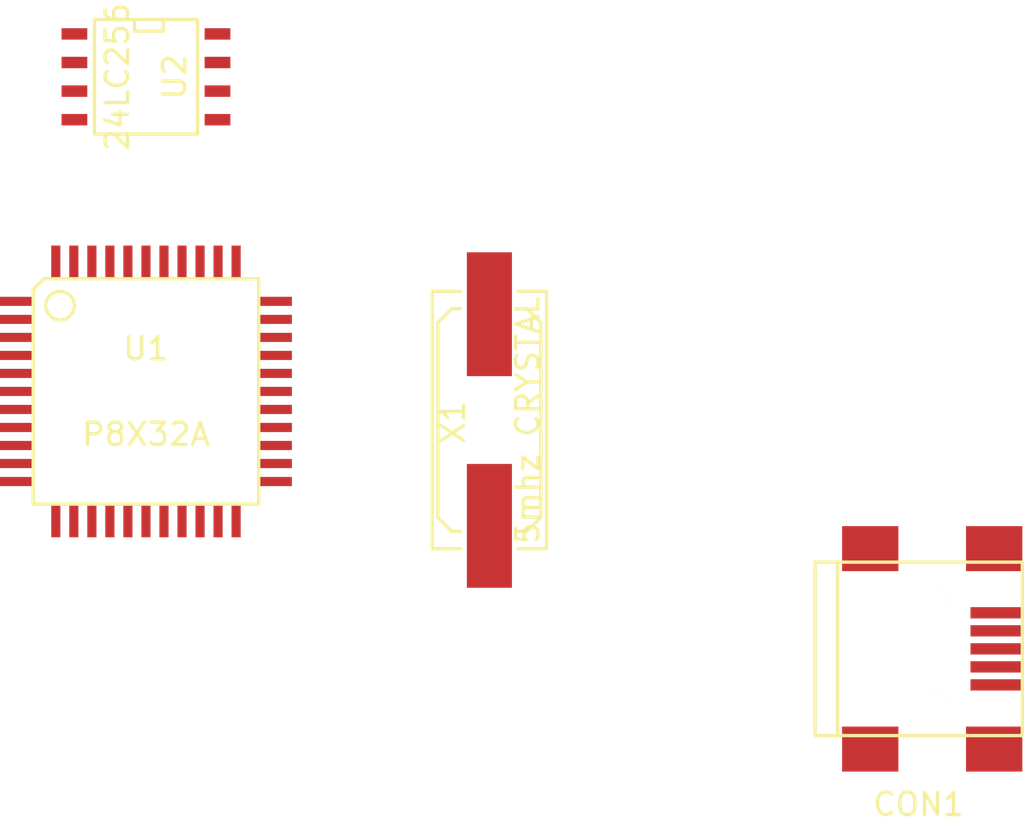
<source format=kicad_pcb>
(kicad_pcb (version 4) (host pcbnew "(2014-12-26 BZR 5338)-product")

  (general
    (links 13)
    (no_connects 13)
    (area 0 0 0 0)
    (thickness 1.6)
    (drawings 0)
    (tracks 0)
    (zones 0)
    (modules 4)
    (nets 52)
  )

  (page A4)
  (layers
    (0 F.Cu signal)
    (31 B.Cu signal)
    (32 B.Adhes user)
    (33 F.Adhes user)
    (34 B.Paste user)
    (35 F.Paste user)
    (36 B.SilkS user)
    (37 F.SilkS user)
    (38 B.Mask user)
    (39 F.Mask user)
    (40 Dwgs.User user)
    (41 Cmts.User user)
    (42 Eco1.User user)
    (43 Eco2.User user)
    (44 Edge.Cuts user)
    (45 Margin user)
    (46 B.CrtYd user)
    (47 F.CrtYd user)
    (48 B.Fab user)
    (49 F.Fab user)
  )

  (setup
    (last_trace_width 0.254)
    (trace_clearance 0.254)
    (zone_clearance 0.508)
    (zone_45_only no)
    (trace_min 0.254)
    (segment_width 0.2)
    (edge_width 0.15)
    (via_size 0.889)
    (via_drill 0.635)
    (via_min_size 0.889)
    (via_min_drill 0.508)
    (uvia_size 0.508)
    (uvia_drill 0.127)
    (uvias_allowed no)
    (uvia_min_size 0.508)
    (uvia_min_drill 0.127)
    (pcb_text_width 0.3)
    (pcb_text_size 1.5 1.5)
    (mod_edge_width 0.15)
    (mod_text_size 1.5 1.5)
    (mod_text_width 0.15)
    (pad_size 1.524 1.524)
    (pad_drill 0.762)
    (pad_to_mask_clearance 0.2)
    (aux_axis_origin 0 0)
    (visible_elements FFFFFF7F)
    (pcbplotparams
      (layerselection 0x00030_80000001)
      (usegerberextensions false)
      (excludeedgelayer true)
      (linewidth 0.150000)
      (plotframeref false)
      (viasonmask false)
      (mode 1)
      (useauxorigin false)
      (hpglpennumber 1)
      (hpglpenspeed 20)
      (hpglpendiameter 15)
      (hpglpenoverlay 2)
      (psnegative false)
      (psa4output false)
      (plotreference true)
      (plotvalue true)
      (plotinvisibletext false)
      (padsonsilk false)
      (subtractmaskfromsilk false)
      (outputformat 1)
      (mirror false)
      (drillshape 1)
      (scaleselection 1)
      (outputdirectory ""))
  )

  (net 0 "")
  (net 1 "Net-(CON1-Pad1)")
  (net 2 "Net-(CON1-Pad2)")
  (net 3 "Net-(CON1-Pad3)")
  (net 4 "Net-(CON1-Pad4)")
  (net 5 "Net-(CON1-Pad5)")
  (net 6 "Net-(CON1-Pad6)")
  (net 7 "Net-(CON1-Pad7)")
  (net 8 "Net-(CON1-Pad8)")
  (net 9 "Net-(CON1-Pad9)")
  (net 10 GND)
  (net 11 "Net-(U1-Pad40)")
  (net 12 "Net-(U1-Pad41)")
  (net 13 "Net-(U1-Pad42)")
  (net 14 "Net-(U1-Pad43)")
  (net 15 "Net-(U1-Pad44)")
  (net 16 "Net-(U1-Pad38)")
  (net 17 "Net-(U1-Pad37)")
  (net 18 SDA)
  (net 19 SCL)
  (net 20 "Net-(U1-Pad34)")
  (net 21 "Net-(U1-Pad16)")
  (net 22 "Net-(U1-Pad15)")
  (net 23 "Net-(U1-Pad14)")
  (net 24 "Net-(U1-Pad13)")
  (net 25 "Net-(U1-Pad12)")
  (net 26 "Net-(U1-Pad18)")
  (net 27 "Net-(U1-Pad19)")
  (net 28 "Net-(U1-Pad20)")
  (net 29 "Net-(U1-Pad21)")
  (net 30 "Net-(U1-Pad22)")
  (net 31 "Net-(U1-Pad6)")
  (net 32 "Net-(U1-Pad28)")
  (net 33 "Net-(U1-Pad7)")
  (net 34 "Net-(U1-Pad26)")
  (net 35 "Net-(U1-Pad8)")
  (net 36 "Net-(U1-Pad9)")
  (net 37 "Net-(U1-Pad25)")
  (net 38 "Net-(U1-Pad24)")
  (net 39 "Net-(U1-Pad10)")
  (net 40 "Net-(U1-Pad11)")
  (net 41 "Net-(U1-Pad23)")
  (net 42 "Net-(U1-Pad29)")
  (net 43 "Net-(U1-Pad4)")
  (net 44 "Net-(U1-Pad30)")
  (net 45 "Net-(U1-Pad31)")
  (net 46 "Net-(U1-Pad3)")
  (net 47 "Net-(U1-Pad2)")
  (net 48 "Net-(U1-Pad32)")
  (net 49 "Net-(U1-Pad33)")
  (net 50 "Net-(U1-Pad1)")
  (net 51 "Net-(U2-Pad8)")

  (net_class Default "This is the default net class."
    (clearance 0.254)
    (trace_width 0.254)
    (via_dia 0.889)
    (via_drill 0.635)
    (uvia_dia 0.508)
    (uvia_drill 0.127)
    (add_net GND)
    (add_net "Net-(CON1-Pad1)")
    (add_net "Net-(CON1-Pad2)")
    (add_net "Net-(CON1-Pad3)")
    (add_net "Net-(CON1-Pad4)")
    (add_net "Net-(CON1-Pad5)")
    (add_net "Net-(CON1-Pad6)")
    (add_net "Net-(CON1-Pad7)")
    (add_net "Net-(CON1-Pad8)")
    (add_net "Net-(CON1-Pad9)")
    (add_net "Net-(U1-Pad1)")
    (add_net "Net-(U1-Pad10)")
    (add_net "Net-(U1-Pad11)")
    (add_net "Net-(U1-Pad12)")
    (add_net "Net-(U1-Pad13)")
    (add_net "Net-(U1-Pad14)")
    (add_net "Net-(U1-Pad15)")
    (add_net "Net-(U1-Pad16)")
    (add_net "Net-(U1-Pad18)")
    (add_net "Net-(U1-Pad19)")
    (add_net "Net-(U1-Pad2)")
    (add_net "Net-(U1-Pad20)")
    (add_net "Net-(U1-Pad21)")
    (add_net "Net-(U1-Pad22)")
    (add_net "Net-(U1-Pad23)")
    (add_net "Net-(U1-Pad24)")
    (add_net "Net-(U1-Pad25)")
    (add_net "Net-(U1-Pad26)")
    (add_net "Net-(U1-Pad28)")
    (add_net "Net-(U1-Pad29)")
    (add_net "Net-(U1-Pad3)")
    (add_net "Net-(U1-Pad30)")
    (add_net "Net-(U1-Pad31)")
    (add_net "Net-(U1-Pad32)")
    (add_net "Net-(U1-Pad33)")
    (add_net "Net-(U1-Pad34)")
    (add_net "Net-(U1-Pad37)")
    (add_net "Net-(U1-Pad38)")
    (add_net "Net-(U1-Pad4)")
    (add_net "Net-(U1-Pad40)")
    (add_net "Net-(U1-Pad41)")
    (add_net "Net-(U1-Pad42)")
    (add_net "Net-(U1-Pad43)")
    (add_net "Net-(U1-Pad44)")
    (add_net "Net-(U1-Pad6)")
    (add_net "Net-(U1-Pad7)")
    (add_net "Net-(U1-Pad8)")
    (add_net "Net-(U1-Pad9)")
    (add_net "Net-(U2-Pad8)")
    (add_net SCL)
    (add_net SDA)
  )

  (module Connect:USB_Mini-B (layer F.Cu) (tedit 549F655F) (tstamp 549F6572)
    (at 167.64 102.87)
    (descr "USB Mini-B 5-pin SMD connector")
    (tags "USB, Mini-B, connector")
    (path /549F617F)
    (fp_text reference CON1 (at 0 6.90118) (layer F.SilkS)
      (effects (font (size 1 1) (thickness 0.15)))
    )
    (fp_text value USB-MINI-B (at 0 -7.0993) (layer F.SilkS) hide
      (effects (font (size 1 1) (thickness 0.15)))
    )
    (fp_line (start -3.59918 -3.85064) (end -3.59918 3.85064) (layer F.SilkS) (width 0.15))
    (fp_line (start -4.59994 -3.85064) (end -4.59994 3.85064) (layer F.SilkS) (width 0.15))
    (fp_line (start -4.59994 3.85064) (end 4.59994 3.85064) (layer F.SilkS) (width 0.15))
    (fp_line (start 4.59994 3.85064) (end 4.59994 -3.85064) (layer F.SilkS) (width 0.15))
    (fp_line (start 4.59994 -3.85064) (end -4.59994 -3.85064) (layer F.SilkS) (width 0.15))
    (pad 1 smd rect (at 3.44932 -1.6002) (size 2.30124 0.50038) (layers F.Cu F.Paste F.Mask)
      (net 1 "Net-(CON1-Pad1)"))
    (pad 2 smd rect (at 3.44932 -0.8001) (size 2.30124 0.50038) (layers F.Cu F.Paste F.Mask)
      (net 2 "Net-(CON1-Pad2)"))
    (pad 3 smd rect (at 3.44932 0) (size 2.30124 0.50038) (layers F.Cu F.Paste F.Mask)
      (net 3 "Net-(CON1-Pad3)"))
    (pad 4 smd rect (at 3.44932 0.8001) (size 2.30124 0.50038) (layers F.Cu F.Paste F.Mask)
      (net 4 "Net-(CON1-Pad4)"))
    (pad 5 smd rect (at 3.44932 1.6002) (size 2.30124 0.50038) (layers F.Cu F.Paste F.Mask)
      (net 5 "Net-(CON1-Pad5)"))
    (pad 6 smd rect (at 3.35026 -4.45008) (size 2.49936 1.99898) (layers F.Cu F.Paste F.Mask)
      (net 6 "Net-(CON1-Pad6)"))
    (pad 7 smd rect (at -2.14884 -4.45008) (size 2.49936 1.99898) (layers F.Cu F.Paste F.Mask)
      (net 7 "Net-(CON1-Pad7)"))
    (pad 8 smd rect (at 3.35026 4.45008) (size 2.49936 1.99898) (layers F.Cu F.Paste F.Mask)
      (net 8 "Net-(CON1-Pad8)"))
    (pad 9 smd rect (at -2.14884 4.45008) (size 2.49936 1.99898) (layers F.Cu F.Paste F.Mask)
      (net 9 "Net-(CON1-Pad9)"))
    (pad "" np_thru_hole circle (at 0.8509 -2.19964) (size 0.89916 0.89916) (drill 0.89916) (layers *.Cu *.Mask F.SilkS))
    (pad 2 np_thru_hole circle (at 0.8509 2.19964) (size 0.89916 0.89916) (drill 0.89916) (layers *.Cu *.Mask F.SilkS)
      (net 2 "Net-(CON1-Pad2)"))
  )

  (module SMD_Packages:TQFP-44 (layer F.Cu) (tedit 53FE9278) (tstamp 549F65A8)
    (at 133.35 91.44)
    (path /549F5799)
    (attr smd)
    (fp_text reference U1 (at 0 -1.905) (layer F.SilkS)
      (effects (font (size 1 1) (thickness 0.15)))
    )
    (fp_text value P8X32A (at 0 1.905) (layer F.SilkS)
      (effects (font (size 1 1) (thickness 0.15)))
    )
    (fp_line (start 5.0038 -5.0038) (end 5.0038 5.0038) (layer F.SilkS) (width 0.15))
    (fp_line (start 5.0038 5.0038) (end -5.0038 5.0038) (layer F.SilkS) (width 0.15))
    (fp_line (start -5.0038 -4.5212) (end -5.0038 5.0038) (layer F.SilkS) (width 0.15))
    (fp_line (start -4.5212 -5.0038) (end 5.0038 -5.0038) (layer F.SilkS) (width 0.15))
    (fp_line (start -5.0038 -4.5212) (end -4.5212 -5.0038) (layer F.SilkS) (width 0.15))
    (fp_circle (center -3.81 -3.81) (end -3.81 -3.175) (layer F.SilkS) (width 0.15))
    (pad 39 smd rect (at 0 -5.715) (size 0.4064 1.524) (layers F.Cu F.Paste F.Mask)
      (net 10 GND))
    (pad 40 smd rect (at -0.8001 -5.715) (size 0.4064 1.524) (layers F.Cu F.Paste F.Mask)
      (net 11 "Net-(U1-Pad40)"))
    (pad 41 smd rect (at -1.6002 -5.715) (size 0.4064 1.524) (layers F.Cu F.Paste F.Mask)
      (net 12 "Net-(U1-Pad41)"))
    (pad 42 smd rect (at -2.4003 -5.715) (size 0.4064 1.524) (layers F.Cu F.Paste F.Mask)
      (net 13 "Net-(U1-Pad42)"))
    (pad 43 smd rect (at -3.2004 -5.715) (size 0.4064 1.524) (layers F.Cu F.Paste F.Mask)
      (net 14 "Net-(U1-Pad43)"))
    (pad 44 smd rect (at -4.0005 -5.715) (size 0.4064 1.524) (layers F.Cu F.Paste F.Mask)
      (net 15 "Net-(U1-Pad44)"))
    (pad 38 smd rect (at 0.8001 -5.715) (size 0.4064 1.524) (layers F.Cu F.Paste F.Mask)
      (net 16 "Net-(U1-Pad38)"))
    (pad 37 smd rect (at 1.6002 -5.715) (size 0.4064 1.524) (layers F.Cu F.Paste F.Mask)
      (net 17 "Net-(U1-Pad37)"))
    (pad 36 smd rect (at 2.4003 -5.715) (size 0.4064 1.524) (layers F.Cu F.Paste F.Mask)
      (net 18 SDA))
    (pad 35 smd rect (at 3.2004 -5.715) (size 0.4064 1.524) (layers F.Cu F.Paste F.Mask)
      (net 19 SCL))
    (pad 34 smd rect (at 4.0005 -5.715) (size 0.4064 1.524) (layers F.Cu F.Paste F.Mask)
      (net 20 "Net-(U1-Pad34)"))
    (pad 17 smd rect (at 0 5.715) (size 0.4064 1.524) (layers F.Cu F.Paste F.Mask)
      (net 10 GND))
    (pad 16 smd rect (at -0.8001 5.715) (size 0.4064 1.524) (layers F.Cu F.Paste F.Mask)
      (net 21 "Net-(U1-Pad16)"))
    (pad 15 smd rect (at -1.6002 5.715) (size 0.4064 1.524) (layers F.Cu F.Paste F.Mask)
      (net 22 "Net-(U1-Pad15)"))
    (pad 14 smd rect (at -2.4003 5.715) (size 0.4064 1.524) (layers F.Cu F.Paste F.Mask)
      (net 23 "Net-(U1-Pad14)"))
    (pad 13 smd rect (at -3.2004 5.715) (size 0.4064 1.524) (layers F.Cu F.Paste F.Mask)
      (net 24 "Net-(U1-Pad13)"))
    (pad 12 smd rect (at -4.0005 5.715) (size 0.4064 1.524) (layers F.Cu F.Paste F.Mask)
      (net 25 "Net-(U1-Pad12)"))
    (pad 18 smd rect (at 0.8001 5.715) (size 0.4064 1.524) (layers F.Cu F.Paste F.Mask)
      (net 26 "Net-(U1-Pad18)"))
    (pad 19 smd rect (at 1.6002 5.715) (size 0.4064 1.524) (layers F.Cu F.Paste F.Mask)
      (net 27 "Net-(U1-Pad19)"))
    (pad 20 smd rect (at 2.4003 5.715) (size 0.4064 1.524) (layers F.Cu F.Paste F.Mask)
      (net 28 "Net-(U1-Pad20)"))
    (pad 21 smd rect (at 3.2004 5.715) (size 0.4064 1.524) (layers F.Cu F.Paste F.Mask)
      (net 29 "Net-(U1-Pad21)"))
    (pad 22 smd rect (at 4.0005 5.715) (size 0.4064 1.524) (layers F.Cu F.Paste F.Mask)
      (net 30 "Net-(U1-Pad22)"))
    (pad 6 smd rect (at -5.715 0) (size 1.524 0.4064) (layers F.Cu F.Paste F.Mask)
      (net 31 "Net-(U1-Pad6)"))
    (pad 28 smd rect (at 5.715 0) (size 1.524 0.4064) (layers F.Cu F.Paste F.Mask)
      (net 32 "Net-(U1-Pad28)"))
    (pad 7 smd rect (at -5.715 0.8001) (size 1.524 0.4064) (layers F.Cu F.Paste F.Mask)
      (net 33 "Net-(U1-Pad7)"))
    (pad 27 smd rect (at 5.715 0.8001) (size 1.524 0.4064) (layers F.Cu F.Paste F.Mask)
      (net 10 GND))
    (pad 26 smd rect (at 5.715 1.6002) (size 1.524 0.4064) (layers F.Cu F.Paste F.Mask)
      (net 34 "Net-(U1-Pad26)"))
    (pad 8 smd rect (at -5.715 1.6002) (size 1.524 0.4064) (layers F.Cu F.Paste F.Mask)
      (net 35 "Net-(U1-Pad8)"))
    (pad 9 smd rect (at -5.715 2.4003) (size 1.524 0.4064) (layers F.Cu F.Paste F.Mask)
      (net 36 "Net-(U1-Pad9)"))
    (pad 25 smd rect (at 5.715 2.4003) (size 1.524 0.4064) (layers F.Cu F.Paste F.Mask)
      (net 37 "Net-(U1-Pad25)"))
    (pad 24 smd rect (at 5.715 3.2004) (size 1.524 0.4064) (layers F.Cu F.Paste F.Mask)
      (net 38 "Net-(U1-Pad24)"))
    (pad 10 smd rect (at -5.715 3.2004) (size 1.524 0.4064) (layers F.Cu F.Paste F.Mask)
      (net 39 "Net-(U1-Pad10)"))
    (pad 11 smd rect (at -5.715 4.0005) (size 1.524 0.4064) (layers F.Cu F.Paste F.Mask)
      (net 40 "Net-(U1-Pad11)"))
    (pad 23 smd rect (at 5.715 4.0005) (size 1.524 0.4064) (layers F.Cu F.Paste F.Mask)
      (net 41 "Net-(U1-Pad23)"))
    (pad 29 smd rect (at 5.715 -0.8001) (size 1.524 0.4064) (layers F.Cu F.Paste F.Mask)
      (net 42 "Net-(U1-Pad29)"))
    (pad 5 smd rect (at -5.715 -0.8001) (size 1.524 0.4064) (layers F.Cu F.Paste F.Mask)
      (net 10 GND))
    (pad 4 smd rect (at -5.715 -1.6002) (size 1.524 0.4064) (layers F.Cu F.Paste F.Mask)
      (net 43 "Net-(U1-Pad4)"))
    (pad 30 smd rect (at 5.715 -1.6002) (size 1.524 0.4064) (layers F.Cu F.Paste F.Mask)
      (net 44 "Net-(U1-Pad30)"))
    (pad 31 smd rect (at 5.715 -2.4003) (size 1.524 0.4064) (layers F.Cu F.Paste F.Mask)
      (net 45 "Net-(U1-Pad31)"))
    (pad 3 smd rect (at -5.715 -2.4003) (size 1.524 0.4064) (layers F.Cu F.Paste F.Mask)
      (net 46 "Net-(U1-Pad3)"))
    (pad 2 smd rect (at -5.715 -3.2004) (size 1.524 0.4064) (layers F.Cu F.Paste F.Mask)
      (net 47 "Net-(U1-Pad2)"))
    (pad 32 smd rect (at 5.715 -3.2004) (size 1.524 0.4064) (layers F.Cu F.Paste F.Mask)
      (net 48 "Net-(U1-Pad32)"))
    (pad 33 smd rect (at 5.715 -4.0005) (size 1.524 0.4064) (layers F.Cu F.Paste F.Mask)
      (net 49 "Net-(U1-Pad33)"))
    (pad 1 smd rect (at -5.715 -4.0005) (size 1.524 0.4064) (layers F.Cu F.Paste F.Mask)
      (net 50 "Net-(U1-Pad1)"))
    (model SMD_Packages/TQFP-44.wrl
      (at (xyz 0 0 0))
      (scale (xyz 4 4 4))
      (rotate (xyz 0 0 0))
    )
  )

  (module SMD_Packages:SOIC-8-N (layer F.Cu) (tedit 549F655F) (tstamp 549F65BB)
    (at 133.35 77.47 270)
    (descr "Module Narrow CMS SOJ 8 pins large")
    (tags "CMS SOJ")
    (path /549F6837)
    (attr smd)
    (fp_text reference U2 (at 0 -1.27 270) (layer F.SilkS)
      (effects (font (size 1 1) (thickness 0.15)))
    )
    (fp_text value 24LC256 (at 0 1.27 270) (layer F.SilkS)
      (effects (font (size 1 1) (thickness 0.15)))
    )
    (fp_line (start -2.54 -2.286) (end 2.54 -2.286) (layer F.SilkS) (width 0.15))
    (fp_line (start 2.54 -2.286) (end 2.54 2.286) (layer F.SilkS) (width 0.15))
    (fp_line (start 2.54 2.286) (end -2.54 2.286) (layer F.SilkS) (width 0.15))
    (fp_line (start -2.54 2.286) (end -2.54 -2.286) (layer F.SilkS) (width 0.15))
    (fp_line (start -2.54 -0.762) (end -2.032 -0.762) (layer F.SilkS) (width 0.15))
    (fp_line (start -2.032 -0.762) (end -2.032 0.508) (layer F.SilkS) (width 0.15))
    (fp_line (start -2.032 0.508) (end -2.54 0.508) (layer F.SilkS) (width 0.15))
    (pad 8 smd rect (at -1.905 -3.175 270) (size 0.508 1.143) (layers F.Cu F.Paste F.Mask)
      (net 51 "Net-(U2-Pad8)"))
    (pad 7 smd rect (at -0.635 -3.175 270) (size 0.508 1.143) (layers F.Cu F.Paste F.Mask)
      (net 10 GND))
    (pad 6 smd rect (at 0.635 -3.175 270) (size 0.508 1.143) (layers F.Cu F.Paste F.Mask)
      (net 19 SCL))
    (pad 5 smd rect (at 1.905 -3.175 270) (size 0.508 1.143) (layers F.Cu F.Paste F.Mask)
      (net 18 SDA))
    (pad 4 smd rect (at 1.905 3.175 270) (size 0.508 1.143) (layers F.Cu F.Paste F.Mask)
      (net 10 GND))
    (pad 3 smd rect (at 0.635 3.175 270) (size 0.508 1.143) (layers F.Cu F.Paste F.Mask)
      (net 10 GND))
    (pad 2 smd rect (at -0.635 3.175 270) (size 0.508 1.143) (layers F.Cu F.Paste F.Mask)
      (net 10 GND))
    (pad 1 smd rect (at -1.905 3.175 270) (size 0.508 1.143) (layers F.Cu F.Paste F.Mask)
      (net 10 GND))
    (model SMD_Packages/SOIC-8-N.wrl
      (at (xyz 0 0 0))
      (scale (xyz 0.5 0.38 0.5))
      (rotate (xyz 0 0 0))
    )
  )

  (module Crystals_Oscillators_SMD:Q_49U3HMS (layer F.Cu) (tedit 549F655F) (tstamp 549F65D1)
    (at 148.59 92.71 90)
    (path /549F5996)
    (fp_text reference X1 (at -0.1 -1.6 90) (layer F.SilkS)
      (effects (font (size 1 1) (thickness 0.15)))
    )
    (fp_text value "5mhz CRYSTAL" (at 0 1.7 90) (layer F.SilkS)
      (effects (font (size 1 1) (thickness 0.15)))
    )
    (fp_line (start -4.953 -1.651) (end -4.953 -1.27) (layer F.SilkS) (width 0.15))
    (fp_line (start -4.953 1.651) (end -4.953 1.27) (layer F.SilkS) (width 0.15))
    (fp_line (start 4.953 1.651) (end 4.953 1.27) (layer F.SilkS) (width 0.15))
    (fp_line (start 4.953 -1.651) (end 4.953 -1.27) (layer F.SilkS) (width 0.15))
    (fp_line (start 5.715 -2.54) (end 5.715 -1.27) (layer F.SilkS) (width 0.15))
    (fp_line (start 5.715 2.54) (end 5.715 1.27) (layer F.SilkS) (width 0.15))
    (fp_line (start -5.715 2.54) (end -5.715 1.27) (layer F.SilkS) (width 0.15))
    (fp_line (start -5.715 -2.54) (end -5.715 -1.27) (layer F.SilkS) (width 0.15))
    (fp_line (start -4.953 1.651) (end -4.318 2.286) (layer F.SilkS) (width 0.15))
    (fp_line (start -4.318 2.286) (end 4.318 2.286) (layer F.SilkS) (width 0.15))
    (fp_line (start 4.318 2.286) (end 4.953 1.651) (layer F.SilkS) (width 0.15))
    (fp_line (start 4.953 -1.651) (end 4.318 -2.286) (layer F.SilkS) (width 0.15))
    (fp_line (start 4.318 -2.286) (end -4.318 -2.286) (layer F.SilkS) (width 0.15))
    (fp_line (start -4.318 -2.286) (end -4.953 -1.651) (layer F.SilkS) (width 0.15))
    (fp_line (start 5.715 2.54) (end -5.715 2.54) (layer F.SilkS) (width 0.15))
    (fp_line (start -5.715 -2.54) (end 5.715 -2.54) (layer F.SilkS) (width 0.15))
    (pad 1 smd rect (at -4.699 0 90) (size 5.4991 1.99898) (layers F.Cu F.Paste F.Mask)
      (net 32 "Net-(U1-Pad28)"))
    (pad 2 smd rect (at 4.699 0 90) (size 5.4991 1.99898) (layers F.Cu F.Paste F.Mask)
      (net 42 "Net-(U1-Pad29)"))
    (model Crystals_Oscillators_SMD/Q_49U3HMS.wrl
      (at (xyz 0 0 0))
      (scale (xyz 1 1 1))
      (rotate (xyz 0 0 0))
    )
  )

)

</source>
